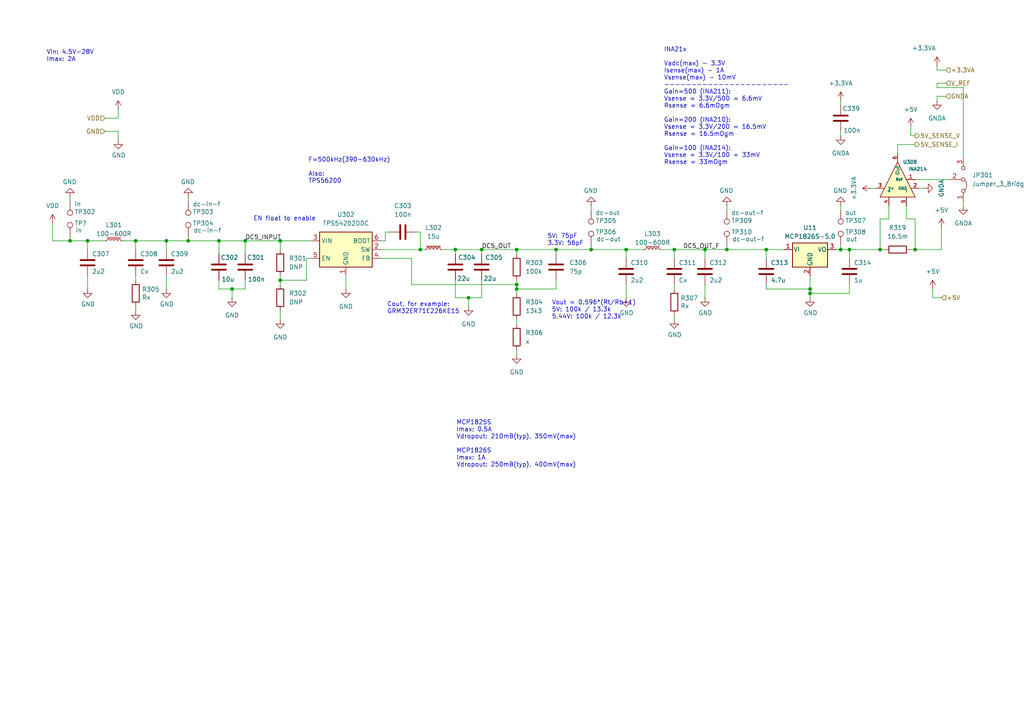
<source format=kicad_sch>
(kicad_sch (version 20231120) (generator "eeschema") (generator_version "8.0")
  (paper "A4")
  (lib_symbols
    (symbol "Connector:TestPoint" (pin_numbers hide) (pin_names (offset 0.762) hide)
      (property "Reference" "TP" (at 0 6.858 0))
      (property "Value" "TestPoint" (at 0 5.08 0))
      (symbol "TestPoint_0_1"
        (circle (center 0 3.302) (radius 0.762))
      )
      (symbol "TestPoint_1_1"
        (pin passive line (at 0 0 90) (length 2.54) (name "1") (number "1"))
      )
    )
    (symbol "Device:C" (pin_numbers hide) (pin_names (offset 0.254))
      (property "Reference" "C" (at 0.635 2.54 0))
      (property "Value" "C" (at 0.635 -2.54 0))
      (symbol "C_0_1"
        (polyline (pts (xy -2.032 -0.762) (xy 2.032 -0.762)) (stroke (width 0.508)))
        (polyline (pts (xy -2.032 0.762) (xy 2.032 0.762)) (stroke (width 0.508)))
      )
      (symbol "C_1_1"
        (pin passive line (at 0 3.81 270) (length 2.794) (name "~") (number "1"))
        (pin passive line (at 0 -3.81 90) (length 2.794) (name "~") (number "2"))
      )
    )
    (symbol "Device:L_Ferrite_Small" (pin_numbers hide) (pin_names (offset 0.254) hide)
      (property "Reference" "L" (at 1.27 1.016 0))
      (property "Value" "L_Ferrite_Small" (at 1.27 -1.27 0))
      (symbol "L_Ferrite_Small_0_1"
        (arc (start 0 -2.032) (mid 0.5058 -1.524) (end 0 -1.016))
        (arc (start 0 -1.016) (mid 0.5058 -0.508) (end 0 0))
        (polyline (pts (xy 0.762 -1.905) (xy 0.762 -1.651)))
        (polyline (pts (xy 0.762 -1.397) (xy 0.762 -1.143)))
        (polyline (pts (xy 0.762 -0.889) (xy 0.762 -0.635)))
        (polyline (pts (xy 0.762 -0.381) (xy 0.762 -0.127)))
        (polyline (pts (xy 0.762 0.127) (xy 0.762 0.381)))
        (polyline (pts (xy 0.762 0.635) (xy 0.762 0.889)))
        (polyline (pts (xy 0.762 1.143) (xy 0.762 1.397)))
        (polyline (pts (xy 0.762 1.651) (xy 0.762 1.905)))
        (polyline (pts (xy 1.016 -1.651) (xy 1.016 -1.905)))
        (polyline (pts (xy 1.016 -1.143) (xy 1.016 -1.397)))
        (polyline (pts (xy 1.016 -0.635) (xy 1.016 -0.889)))
        (polyline (pts (xy 1.016 -0.127) (xy 1.016 -0.381)))
        (polyline (pts (xy 1.016 0.381) (xy 1.016 0.127)))
        (polyline (pts (xy 1.016 0.889) (xy 1.016 0.635)))
        (polyline (pts (xy 1.016 1.397) (xy 1.016 1.143)))
        (polyline (pts (xy 1.016 1.905) (xy 1.016 1.651)))
        (arc (start 0 0) (mid 0.5058 0.508) (end 0 1.016))
        (arc (start 0 1.016) (mid 0.5058 1.524) (end 0 2.032))
      )
      (symbol "L_Ferrite_Small_1_1"
        (pin passive line (at 0 2.54 270) (length 0.508) (name "~") (number "1"))
        (pin passive line (at 0 -2.54 90) (length 0.508) (name "~") (number "2"))
      )
    )
    (symbol "Device:L_Iron_Small" (pin_numbers hide) (pin_names (offset 0.254) hide)
      (property "Reference" "L" (at 1.27 1.016 0))
      (property "Value" "L_Iron_Small" (at 1.27 -1.27 0))
      (symbol "L_Iron_Small_0_1"
        (arc (start 0 -2.032) (mid 0.5058 -1.524) (end 0 -1.016))
        (arc (start 0 -1.016) (mid 0.5058 -0.508) (end 0 0))
        (polyline (pts (xy 0.762 2.032) (xy 0.762 -2.032)))
        (polyline (pts (xy 1.016 -2.032) (xy 1.016 2.032)))
        (arc (start 0 0) (mid 0.5058 0.508) (end 0 1.016))
        (arc (start 0 1.016) (mid 0.5058 1.524) (end 0 2.032))
      )
      (symbol "L_Iron_Small_1_1"
        (pin passive line (at 0 2.54 270) (length 0.508) (name "~") (number "1"))
        (pin passive line (at 0 -2.54 90) (length 0.508) (name "~") (number "2"))
      )
    )
    (symbol "Device:R" (pin_numbers hide) (pin_names (offset 0))
      (property "Reference" "R" (at 2.032 0 90))
      (property "Value" "R" (at 0 0 90))
      (symbol "R_0_1"
        (rectangle (start -1.016 -2.54) (end 1.016 2.54) (stroke (width 0.254)))
      )
      (symbol "R_1_1"
        (pin passive line (at 0 3.81 270) (length 1.27) (name "~") (number "1"))
        (pin passive line (at 0 -3.81 90) (length 1.27) (name "~") (number "2"))
      )
    )
    (symbol "Jumper:Jumper_3_Bridged12" (pin_names (offset 0) hide) (exclude_from_sim yes) (in_bom no)
      (property "Reference" "JP" (at -2.54 -2.54 0))
      (property "Value" "Jumper_3_Bridged12" (at 0 2.794 0))
      (symbol "Jumper_3_Bridged12_0_0"
        (circle (center -3.302 0) (radius 0.508))
        (circle (center 0 0) (radius 0.508))
        (circle (center 3.302 0) (radius 0.508))
      )
      (symbol "Jumper_3_Bridged12_0_1"
        (arc (start -0.254 0.508) (mid -1.651 0.9912) (end -3.048 0.508))
        (polyline (pts (xy 0 -1.27) (xy 0 -0.508)))
      )
      (symbol "Jumper_3_Bridged12_1_1"
        (pin passive line (at -6.35 0 0) (length 2.54) (name "A") (number "1"))
        (pin passive line (at 0 -3.81 90) (length 2.54) (name "C") (number "2"))
        (pin passive line (at 6.35 0 180) (length 2.54) (name "B") (number "3"))
      )
    )
    (symbol "Regulator_Linear:MCP1826S" (pin_names (offset 0.254))
      (property "Reference" "U" (at -3.81 3.175 0))
      (property "Value" "MCP1826S" (at 0 3.175 0))
      (symbol "MCP1826S_0_1"
        (rectangle (start -5.08 1.905) (end 5.08 -5.08) (stroke (width 0.254)) (fill (type background)))
      )
      (symbol "MCP1826S_1_1"
        (pin power_in line (at -7.62 0 0) (length 2.54) (name "VI") (number "1"))
        (pin power_in line (at 0 -7.62 90) (length 2.54) (name "GND") (number "2"))
        (pin power_out line (at 7.62 0 180) (length 2.54) (name "VO") (number "3"))
      )
    )
    (symbol "Regulator_Switching:TPS54202DDC"
      (property "Reference" "U" (at -7.62 6.35 0))
      (property "Value" "TPS54202DDC" (at 0 6.35 0))
      (symbol "TPS54202DDC_0_1"
        (rectangle (start -7.62 5.08) (end 7.62 -5.08) (stroke (width 0.254)) (fill (type background)))
      )
      (symbol "TPS54202DDC_1_1"
        (pin power_in line (at 0 -7.62 90) (length 2.54) (name "GND") (number "1"))
        (pin power_out line (at 10.16 0 180) (length 2.54) (name "SW") (number "2"))
        (pin power_in line (at -10.16 2.54 0) (length 2.54) (name "VIN") (number "3"))
        (pin input line (at 10.16 -2.54 180) (length 2.54) (name "FB") (number "4"))
        (pin input line (at -10.16 -2.54 0) (length 2.54) (name "EN") (number "5"))
        (pin passive line (at 10.16 2.54 180) (length 2.54) (name "BOOT") (number "6"))
      )
    )
    (symbol "myLib:INA21x" (pin_names (offset 1.016))
      (property "Reference" "U" (at -6.35 8.89 0))
      (property "Value" "INA21x" (at -7.62 -9.144 0))
      (symbol "INA21x_0_1"
        (polyline (pts (xy -5.08 5.08) (xy -5.08 -5.08) (xy 5.08 0) (xy -5.08 5.08)) (stroke (width 0.2)) (fill (type background)))
      )
      (symbol "INA21x_1_1"
        (pin input line (at 0 -5.08 90) (length 2.54) (name "Ref") (number "1"))
        (pin power_in line (at -2.54 -6.35 90) (length 2.54) (name "GND") (number "2"))
        (pin power_in line (at -2.54 6.35 270) (length 2.54) (name "V+") (number "3"))
        (pin input line (at -7.62 2.54 0) (length 2.54) (name "+") (number "4"))
        (pin input line (at -7.62 -2.54 0) (length 2.54) (name "-") (number "5"))
        (pin output line (at 7.62 0 180) (length 2.54) (name "Out") (number "6"))
      )
    )
    (symbol "power:+3.3VA" (power) (pin_numbers hide) (pin_names (offset 0) hide)
      (property "Value" "+3.3VA" (at 0 3.556 0))
      (symbol "+3.3VA_0_1"
        (polyline (pts (xy -0.762 1.27) (xy 0 2.54)))
        (polyline (pts (xy 0 0) (xy 0 2.54)))
        (polyline (pts (xy 0 2.54) (xy 0.762 1.27)))
      )
      (symbol "+3.3VA_1_1"
        (pin power_in line (at 0 0 90) (length 0) (name "~") (number "1"))
      )
    )
    (symbol "power:+5V" (power) (pin_numbers hide) (pin_names (offset 0) hide)
      (property "Value" "+5V" (at 0 3.556 0))
      (symbol "+5V_0_1"
        (polyline (pts (xy -0.762 1.27) (xy 0 2.54)))
        (polyline (pts (xy 0 0) (xy 0 2.54)))
        (polyline (pts (xy 0 2.54) (xy 0.762 1.27)))
      )
      (symbol "+5V_1_1"
        (pin power_in line (at 0 0 90) (length 0) (name "~") (number "1"))
      )
    )
    (symbol "power:GND" (power) (pin_numbers hide) (pin_names (offset 0) hide)
      (property "Value" "GND" (at 0 -3.81 0))
      (symbol "GND_0_1"
        (polyline (pts (xy 0 0) (xy 0 -1.27) (xy 1.27 -1.27) (xy 0 -2.54) (xy -1.27 -1.27) (xy 0 -1.27)))
      )
      (symbol "GND_1_1"
        (pin power_in line (at 0 0 270) (length 0) (name "~") (number "1"))
      )
    )
    (symbol "power:GNDA" (power) (pin_numbers hide) (pin_names (offset 0) hide)
      (property "Value" "GNDA" (at 0 -3.81 0))
      (symbol "GNDA_0_1"
        (polyline (pts (xy 0 0) (xy 0 -1.27) (xy 1.27 -1.27) (xy 0 -2.54) (xy -1.27 -1.27) (xy 0 -1.27)))
      )
      (symbol "GNDA_1_1"
        (pin power_in line (at 0 0 270) (length 0) (name "~") (number "1"))
      )
    )
    (symbol "power:VDD" (power) (pin_numbers hide) (pin_names (offset 0) hide)
      (property "Value" "VDD" (at 0 3.556 0))
      (symbol "VDD_0_1"
        (polyline (pts (xy -0.762 1.27) (xy 0 2.54)))
        (polyline (pts (xy 0 0) (xy 0 2.54)))
        (polyline (pts (xy 0 2.54) (xy 0.762 1.27)))
      )
      (symbol "VDD_1_1"
        (pin power_in line (at 0 0 90) (length 0) (name "~") (number "1"))
      )
    )
  )
  (junction (at 255.27 72.39))
  (junction (at 195.58 72.39))
  (junction (at 25.4 69.85))
  (junction (at 222.25 72.39))
  (junction (at 139.7 72.39))
  (junction (at 181.61 72.39))
  (junction (at 135.89 86.36))
  (junction (at 121.92 72.39))
  (junction (at 234.95 85.09))
  (junction (at 54.61 69.85))
  (junction (at 71.12 69.85))
  (junction (at 67.31 83.82))
  (junction (at 81.28 69.85))
  (junction (at 243.84 72.39))
  (junction (at 171.45 72.39))
  (junction (at 149.86 83.82))
  (junction (at 20.32 69.85))
  (junction (at 246.38 72.39))
  (junction (at 63.5 69.85))
  (junction (at 48.26 69.85))
  (junction (at 234.95 83.82))
  (junction (at 149.86 72.39))
  (junction (at 161.29 72.39))
  (junction (at 204.47 72.39))
  (junction (at 81.28 81.28))
  (junction (at 210.82 72.39))
  (junction (at 39.37 69.85))
  (junction (at 132.08 72.39))
  (junction (at 149.86 82.55))
  (junction (at 265.43 72.39))
  (wire (pts (xy 271.78 29.21) (xy 271.78 27.94)))
  (wire (pts (xy 271.78 19.05) (xy 271.78 20.32)))
  (wire (pts (xy 260.35 41.91) (xy 265.43 41.91)))
  (wire (pts (xy 20.32 69.85) (xy 25.4 69.85)))
  (wire (pts (xy 54.61 58.42) (xy 54.61 57.15)))
  (wire (pts (xy 279.4 25.4) (xy 271.78 25.4)))
  (wire (pts (xy 243.84 38.1) (xy 243.84 39.37)))
  (wire (pts (xy 181.61 74.93) (xy 181.61 72.39)))
  (wire (pts (xy 132.08 86.36) (xy 135.89 86.36)))
  (wire (pts (xy 210.82 71.12) (xy 210.82 72.39)))
  (wire (pts (xy 161.29 83.82) (xy 149.86 83.82)))
  (wire (pts (xy 181.61 72.39) (xy 186.69 72.39)))
  (wire (pts (xy 243.84 29.21) (xy 243.84 30.48)))
  (wire (pts (xy 15.24 64.77) (xy 15.24 69.85)))
  (wire (pts (xy 110.49 69.85) (xy 111.76 69.85)))
  (wire (pts (xy 120.65 67.31) (xy 121.92 67.31)))
  (wire (pts (xy 139.7 72.39) (xy 149.86 72.39)))
  (wire (pts (xy 132.08 72.39) (xy 132.08 73.66)))
  (wire (pts (xy 149.86 82.55) (xy 119.38 82.55)))
  (wire (pts (xy 243.84 72.39) (xy 246.38 72.39)))
  (wire (pts (xy 255.27 63.5) (xy 255.27 72.39)))
  (wire (pts (xy 63.5 83.82) (xy 67.31 83.82)))
  (wire (pts (xy 149.86 82.55) (xy 149.86 83.82)))
  (wire (pts (xy 35.56 69.85) (xy 39.37 69.85)))
  (wire (pts (xy 270.51 83.82) (xy 270.51 86.36)))
  (wire (pts (xy 25.4 72.39) (xy 25.4 69.85)))
  (wire (pts (xy 149.86 72.39) (xy 149.86 73.66)))
  (wire (pts (xy 246.38 72.39) (xy 255.27 72.39)))
  (wire (pts (xy 161.29 72.39) (xy 171.45 72.39)))
  (wire (pts (xy 222.25 83.82) (xy 234.95 83.82)))
  (wire (pts (xy 181.61 82.55) (xy 181.61 86.36)))
  (wire (pts (xy 132.08 81.28) (xy 132.08 86.36)))
  (wire (pts (xy 88.9 74.93) (xy 88.9 81.28)))
  (wire (pts (xy 234.95 85.09) (xy 234.95 86.36)))
  (wire (pts (xy 222.25 72.39) (xy 227.33 72.39)))
  (wire (pts (xy 265.43 52.07) (xy 275.59 52.07)))
  (wire (pts (xy 48.26 69.85) (xy 48.26 72.39)))
  (wire (pts (xy 195.58 91.44) (xy 195.58 92.71)))
  (wire (pts (xy 71.12 83.82) (xy 71.12 81.28)))
  (wire (pts (xy 195.58 72.39) (xy 204.47 72.39)))
  (wire (pts (xy 30.48 38.1) (xy 34.29 38.1)))
  (wire (pts (xy 81.28 80.01) (xy 81.28 81.28)))
  (wire (pts (xy 25.4 69.85) (xy 30.48 69.85)))
  (wire (pts (xy 48.26 69.85) (xy 54.61 69.85)))
  (wire (pts (xy 257.81 63.5) (xy 257.81 59.69)))
  (wire (pts (xy 265.43 72.39) (xy 273.05 72.39)))
  (wire (pts (xy 204.47 82.55) (xy 204.47 86.36)))
  (wire (pts (xy 246.38 85.09) (xy 234.95 85.09)))
  (wire (pts (xy 243.84 60.96) (xy 243.84 59.69)))
  (wire (pts (xy 271.78 20.32) (xy 274.32 20.32)))
  (wire (pts (xy 67.31 83.82) (xy 67.31 86.36)))
  (wire (pts (xy 81.28 81.28) (xy 81.28 82.55)))
  (wire (pts (xy 39.37 88.9) (xy 39.37 90.17)))
  (wire (pts (xy 121.92 72.39) (xy 123.19 72.39)))
  (wire (pts (xy 265.43 63.5) (xy 265.43 72.39)))
  (wire (pts (xy 264.16 39.37) (xy 265.43 39.37)))
  (wire (pts (xy 195.58 82.55) (xy 195.58 83.82)))
  (wire (pts (xy 149.86 81.28) (xy 149.86 82.55)))
  (wire (pts (xy 279.4 25.4) (xy 279.4 45.72)))
  (wire (pts (xy 88.9 81.28) (xy 81.28 81.28)))
  (wire (pts (xy 135.89 86.36) (xy 139.7 86.36)))
  (wire (pts (xy 128.27 72.39) (xy 132.08 72.39)))
  (wire (pts (xy 34.29 34.29) (xy 34.29 31.75)))
  (wire (pts (xy 54.61 69.85) (xy 63.5 69.85)))
  (wire (pts (xy 243.84 71.12) (xy 243.84 72.39)))
  (wire (pts (xy 132.08 72.39) (xy 139.7 72.39)))
  (wire (pts (xy 63.5 81.28) (xy 63.5 83.82)))
  (wire (pts (xy 63.5 69.85) (xy 71.12 69.85)))
  (wire (pts (xy 271.78 27.94) (xy 274.32 27.94)))
  (wire (pts (xy 204.47 72.39) (xy 210.82 72.39)))
  (wire (pts (xy 222.25 72.39) (xy 222.25 74.93)))
  (wire (pts (xy 242.57 72.39) (xy 243.84 72.39)))
  (wire (pts (xy 222.25 82.55) (xy 222.25 83.82)))
  (wire (pts (xy 171.45 71.12) (xy 171.45 72.39)))
  (wire (pts (xy 195.58 72.39) (xy 195.58 74.93)))
  (wire (pts (xy 266.7 54.61) (xy 267.97 54.61)))
  (wire (pts (xy 271.78 25.4) (xy 271.78 24.13)))
  (wire (pts (xy 246.38 82.55) (xy 246.38 85.09)))
  (wire (pts (xy 262.89 59.69) (xy 262.89 63.5)))
  (wire (pts (xy 139.7 72.39) (xy 139.7 73.66)))
  (wire (pts (xy 279.4 58.42) (xy 279.4 59.69)))
  (wire (pts (xy 204.47 72.39) (xy 204.47 74.93)))
  (wire (pts (xy 191.77 72.39) (xy 195.58 72.39)))
  (wire (pts (xy 264.16 72.39) (xy 265.43 72.39)))
  (wire (pts (xy 149.86 83.82) (xy 149.86 85.09)))
  (wire (pts (xy 81.28 69.85) (xy 90.17 69.85)))
  (wire (pts (xy 30.48 34.29) (xy 34.29 34.29)))
  (wire (pts (xy 262.89 63.5) (xy 265.43 63.5)))
  (wire (pts (xy 111.76 67.31) (xy 113.03 67.31)))
  (wire (pts (xy 90.17 74.93) (xy 88.9 74.93)))
  (wire (pts (xy 171.45 60.96) (xy 171.45 59.69)))
  (wire (pts (xy 264.16 36.83) (xy 264.16 39.37)))
  (wire (pts (xy 119.38 74.93) (xy 110.49 74.93)))
  (wire (pts (xy 252.73 54.61) (xy 254 54.61)))
  (wire (pts (xy 110.49 72.39) (xy 121.92 72.39)))
  (wire (pts (xy 256.54 72.39) (xy 255.27 72.39)))
  (wire (pts (xy 63.5 69.85) (xy 63.5 73.66)))
  (wire (pts (xy 135.89 86.36) (xy 135.89 88.9)))
  (wire (pts (xy 149.86 92.71) (xy 149.86 93.98)))
  (wire (pts (xy 15.24 69.85) (xy 20.32 69.85)))
  (wire (pts (xy 39.37 69.85) (xy 48.26 69.85)))
  (wire (pts (xy 119.38 82.55) (xy 119.38 74.93)))
  (wire (pts (xy 48.26 80.01) (xy 48.26 83.82)))
  (wire (pts (xy 67.31 83.82) (xy 71.12 83.82)))
  (wire (pts (xy 171.45 72.39) (xy 181.61 72.39)))
  (wire (pts (xy 273.05 66.04) (xy 273.05 72.39)))
  (wire (pts (xy 255.27 63.5) (xy 257.81 63.5)))
  (wire (pts (xy 20.32 68.58) (xy 20.32 69.85)))
  (wire (pts (xy 246.38 72.39) (xy 246.38 74.93)))
  (wire (pts (xy 121.92 67.31) (xy 121.92 72.39)))
  (wire (pts (xy 234.95 83.82) (xy 234.95 85.09)))
  (wire (pts (xy 260.35 41.91) (xy 260.35 44.45)))
  (wire (pts (xy 54.61 68.58) (xy 54.61 69.85)))
  (wire (pts (xy 270.51 86.36) (xy 273.05 86.36)))
  (wire (pts (xy 20.32 58.42) (xy 20.32 57.15)))
  (wire (pts (xy 71.12 69.85) (xy 81.28 69.85)))
  (wire (pts (xy 34.29 38.1) (xy 34.29 40.64)))
  (wire (pts (xy 39.37 80.01) (xy 39.37 81.28)))
  (wire (pts (xy 161.29 73.66) (xy 161.29 72.39)))
  (wire (pts (xy 81.28 72.39) (xy 81.28 69.85)))
  (wire (pts (xy 161.29 81.28) (xy 161.29 83.82)))
  (wire (pts (xy 39.37 69.85) (xy 39.37 72.39)))
  (wire (pts (xy 161.29 72.39) (xy 149.86 72.39)))
  (wire (pts (xy 100.33 80.01) (xy 100.33 83.82)))
  (wire (pts (xy 111.76 67.31) (xy 111.76 69.85)))
  (wire (pts (xy 210.82 72.39) (xy 222.25 72.39)))
  (wire (pts (xy 139.7 86.36) (xy 139.7 81.28)))
  (wire (pts (xy 210.82 60.96) (xy 210.82 59.69)))
  (wire (pts (xy 271.78 24.13) (xy 274.32 24.13)))
  (wire (pts (xy 149.86 101.6) (xy 149.86 102.87)))
  (wire (pts (xy 234.95 80.01) (xy 234.95 83.82)))
  (wire (pts (xy 81.28 90.17) (xy 81.28 92.71)))
  (wire (pts (xy 25.4 80.01) (xy 25.4 83.82)))
  (wire (pts (xy 71.12 69.85) (xy 71.12 73.66)))
  (text "5V: 75pF\n3.3V: 56pF" (at 158.75 69.596 0) (effects (font (size 1.27 1.27)) (justify left)))
  (text "Cout, for example:\nGRM32ER71E226KE15" (at 112.268 87.63 0) (effects (font (size 1.27 1.27)) (justify left top)))
  (text "EN float to enable" (at 82.55 63.5 0) (effects (font (size 1.27 1.27))))
  (text "Vin: 4.5V-28V\nImax: 2A" (at 13.462 16.256 0) (effects (font (size 1.27 1.27)) (justify left)))
  (text "MCP1825S\nImax: 0.5A\nVdropout: 210mB(typ), 350mV(max)\n\nMCP1826S\nImax: 1A\nVdropout: 250mB(typ), 400mV(max)" (at 132.334 128.778 0) (effects (font (size 1.27 1.27)) (justify left)))
  (text "Vout = 0.596*(Rt/Rb+1)\n5V: 100k / 13.3k\n5.44V: 100k / 12.3k" (at 160.02 87.122 0) (effects (font (size 1.27 1.27)) (justify left top)))
  (text "INA21x\n\nVadc(max) - 3.3V\nIsense(max) - 1A\nVsense(max) - 10mV\n-----------------------\nGain=500 (INA211):\nVsense = 3.3V/500 = 6.6mV\nRsense = 6.6mOgm\n\nGain=200 (INA210):\nVsense = 3.3V/200 = 16.5mV\nRsense = 16.5mOgm\n\nGain=100 (INA214):\nVsense = 3.3V/100 = 33mV\nRsense = 33mOgm" (at 192.532 13.716 0) (effects (font (size 1.27 1.27)) (justify left top)))
  (text "F=500kHz(390-630kHz)\n\nAlso:\nTPS56200" (at 89.408 45.72 0) (effects (font (size 1.27 1.27)) (justify left top)))
  (label "DC5_OUT" (at 139.7 72.39 0))
  (label "DC5_OUT_F" (at 198.12 72.39 0))
  (label "DC5_INPUT" (at 71.12 69.85 0))
  (hierarchical_label "GND" (shape input) (at 30.48 38.1 180))
  (hierarchical_label "5V_SENSE_V" (shape output) (at 265.43 39.37 0))
  (hierarchical_label "5V_SENSE_I" (shape output) (at 265.43 41.91 0))
  (hierarchical_label "+3.3VA" (shape input) (at 274.32 20.32 0))
  (hierarchical_label "VDD" (shape input) (at 30.48 34.29 180))
  (hierarchical_label "GNDA" (shape input) (at 274.32 27.94 0))
  (hierarchical_label "+5V" (shape input) (at 273.05 86.36 0))
  (hierarchical_label "V_REF" (shape input) (at 274.32 24.13 0))
  (symbol (lib_id "power:VDD") (at 34.29 31.75 0) (unit 1)
    (property "Reference" "#PWR0308" (effects (hide yes)))
    (property "Value" "VDD" (at 34.29 26.67 0))
    (property "Description" "Power symbol creates a global label with name \"VDD\"" (effects (hide yes)))
  )
  (symbol (lib_id "power:GND") (at 34.29 40.64 0) (unit 1)
    (property "Reference" "#PWR0309" (effects (hide yes)))
    (property "Value" "GND" (at 34.417 45.0342 0))
  )
  (symbol (lib_id "power:GND") (at 25.4 83.82 0) (unit 1)
    (property "Reference" "#PWR0305" (effects (hide yes)))
    (property "Value" "GND" (at 25.527 88.2142 0))
  )
  (symbol (lib_id "Connector:TestPoint") (at 243.84 60.96 0) (mirror x) (unit 1)
    (property "Reference" "TP307" (at 245.11 64.008 0) (effects (justify left)))
    (property "Value" "out" (at 245.11 61.722 0) (effects (justify left)))
    (property "Description" "test point" (effects (hide yes)))
  )
  (symbol (lib_id "power:GND") (at 54.61 57.15 180) (unit 1)
    (property "Reference" "#PWR0319" (effects (hide yes)))
    (property "Value" "GND" (at 54.483 52.7558 0))
  )
  (symbol (lib_id "power:GND") (at 243.84 59.69 180) (unit 1)
    (property "Reference" "#PWR0321" (effects (hide yes)))
    (property "Value" "GND" (at 243.713 55.2958 0))
  )
  (symbol (lib_id "power:GNDA") (at 271.78 29.21 0) (unit 1)
    (property "Reference" "#PWR0371" (effects (hide yes)))
    (property "Value" "GNDA" (at 271.78 34.29 0))
    (property "Description" "Power symbol creates a global label with name \"GNDA\" , analog ground" (effects (hide yes)))
  )
  (symbol (lib_id "power:GND") (at 81.28 92.71 0) (unit 1)
    (property "Reference" "#PWR0311" (effects (hide yes)))
    (property "Value" "GND" (at 81.28 97.79 0))
    (property "Description" "Power symbol creates a global label with name \"GND\" , ground" (effects (hide yes)))
  )
  (symbol (lib_id "power:GND") (at 67.31 86.36 0) (unit 1)
    (property "Reference" "#PWR0302" (effects (hide yes)))
    (property "Value" "GND" (at 67.31 91.44 0))
    (property "Description" "Power symbol creates a global label with name \"GND\" , ground" (effects (hide yes)))
  )
  (symbol (lib_id "power:GND") (at 20.32 57.15 180) (unit 1)
    (property "Reference" "#PWR0318" (effects (hide yes)))
    (property "Value" "GND" (at 20.193 52.7558 0))
  )
  (symbol (lib_id "Device:C") (at 204.47 78.74 0) (unit 1)
    (property "Reference" "C312" (at 205.74 76.2 0) (effects (justify left)))
    (property "Value" "2u2" (at 205.74 81.28 0) (effects (justify left)))
    (property "Footprint" "Capacitor_SMD:C_0805_2012Metric" (effects (hide yes)))
  )
  (symbol (lib_id "Connector:TestPoint") (at 210.82 60.96 0) (mirror x) (unit 1)
    (property "Reference" "TP309" (at 212.09 64.008 0) (effects (justify left)))
    (property "Value" "dc-out-f" (at 212.09 61.722 0) (effects (justify left)))
    (property "Description" "test point" (effects (hide yes)))
  )
  (symbol (lib_id "power:+5V") (at 264.16 36.83 0) (unit 1)
    (property "Reference" "#PWR0377" (effects (hide yes)))
    (property "Value" "+5V" (at 264.16 31.75 0))
    (property "Description" "Power symbol creates a global label with name \"+5V\"" (effects (hide yes)))
  )
  (symbol (lib_id "power:+3.3VA") (at 243.84 29.21 0) (unit 1)
    (property "Reference" "#PWR0373" (effects (hide yes)))
    (property "Value" "+3.3VA" (at 243.84 24.13 0))
    (property "Description" "Power symbol creates a global label with name \"+3.3VA\"" (effects (hide yes)))
  )
  (symbol (lib_id "Device:C") (at 116.84 67.31 90) (unit 1)
    (property "Reference" "C303" (at 116.84 59.69 90))
    (property "Value" "100n" (at 116.84 62.23 90))
    (property "Description" "Unpolarized capacitor" (effects (hide yes)))
  )
  (symbol (lib_id "Device:L_Ferrite_Small") (at 189.23 72.39 90) (unit 1)
    (property "Reference" "L303" (at 189.23 67.8012 90))
    (property "Value" "100-600R" (at 189.23 70.3381 90))
    (property "Footprint" "Inductor_SMD:L_0805_2012Metric" (effects (hide yes)))
  )
  (symbol (lib_id "Device:C") (at 132.08 77.47 0) (unit 1)
    (property "Reference" "C304" (at 132.842 74.676 0) (effects (justify left)))
    (property "Value" "22u" (at 132.588 80.772 0) (effects (justify left)))
    (property "Description" "Unpolarized capacitor" (effects (hide yes)))
  )
  (symbol (lib_id "power:GNDA") (at 279.4 59.69 0) (unit 1)
    (property "Reference" "#PWR0376" (effects (hide yes)))
    (property "Value" "GNDA" (at 279.4 64.77 0))
    (property "Description" "Power symbol creates a global label with name \"GNDA\" , analog ground" (effects (hide yes)))
  )
  (symbol (lib_id "power:GND") (at 48.26 83.82 0) (unit 1)
    (property "Reference" "#PWR0306" (effects (hide yes)))
    (property "Value" "GND" (at 48.387 88.2142 0))
  )
  (symbol (lib_id "Device:C") (at 39.37 76.2 0) (unit 1)
    (property "Reference" "C308" (at 40.64 73.66 0) (effects (justify left)))
    (property "Value" "Cx" (at 40.64 78.74 0) (effects (justify left)))
    (property "Footprint" "Capacitor_SMD:C_0805_2012Metric" (effects (hide yes)))
  )
  (symbol (lib_id "Connector:TestPoint") (at 243.84 71.12 0) (unit 1)
    (property "Reference" "TP308" (at 245.11 67.31 0) (effects (justify left)))
    (property "Value" "out" (at 245.364 69.342 0) (effects (justify left)))
    (property "Description" "test point" (effects (hide yes)))
  )
  (symbol (lib_id "Device:C") (at 195.58 78.74 0) (unit 1)
    (property "Reference" "C311" (at 196.85 76.2 0) (effects (justify left)))
    (property "Value" "Cx" (at 196.85 81.28 0) (effects (justify left)))
    (property "Footprint" "Capacitor_SMD:C_0805_2012Metric" (effects (hide yes)))
  )
  (symbol (lib_id "Device:R") (at 81.28 76.2 0) (unit 1)
    (property "Reference" "R301" (at 83.82 74.9299 0) (effects (justify left)))
    (property "Value" "DNP" (at 83.82 77.4699 0) (effects (justify left)))
    (property "Description" "Resistor" (effects (hide yes)))
  )
  (symbol (lib_id "Connector:TestPoint") (at 20.32 58.42 0) (mirror x) (unit 1)
    (property "Reference" "TP302" (at 21.59 61.468 0) (effects (justify left)))
    (property "Value" "in" (at 21.59 59.182 0) (effects (justify left)))
    (property "Description" "test point" (effects (hide yes)))
  )
  (symbol (lib_id "Device:C") (at 63.5 77.47 0) (unit 1)
    (property "Reference" "C302" (at 64.008 74.676 0) (effects (justify left)))
    (property "Value" "10u" (at 64.262 81.026 0) (effects (justify left)))
    (property "Description" "Unpolarized capacitor" (effects (hide yes)))
  )
  (symbol (lib_id "Regulator_Linear:MCP1826S") (at 234.95 72.39 0) (unit 1)
    (property "Reference" "U11" (at 234.95 66.04 0))
    (property "Value" "MCP1826S-5.0" (at 234.95 68.58 0))
    (property "Datasheet" "http://ww1.microchip.com/downloads/en/DeviceDoc/22057B.pdf" (effects (hide yes)))
    (property "Description" "1000mA, Low-Voltage, Low Quiescent Current LDO Regulator, SOT-223, TO-220, TO-263" (effects (hide yes)))
  )
  (symbol (lib_id "Device:L_Ferrite_Small") (at 33.02 69.85 90) (unit 1)
    (property "Reference" "L301" (at 33.02 65.2612 90))
    (property "Value" "100-600R" (at 33.02 67.7981 90))
    (property "Footprint" "Inductor_SMD:L_0805_2012Metric" (effects (hide yes)))
  )
  (symbol (lib_id "Connector:TestPoint") (at 171.45 60.96 0) (mirror x) (unit 1)
    (property "Reference" "TP305" (at 172.72 64.008 0) (effects (justify left)))
    (property "Value" "dc-out" (at 172.72 61.722 0) (effects (justify left)))
    (property "Description" "test point" (effects (hide yes)))
  )
  (symbol (lib_id "power:+3.3VA") (at 271.78 19.05 0) (unit 1)
    (property "Reference" "#PWR0370" (effects (hide yes)))
    (property "Value" "+3.3VA" (at 267.97 13.97 0))
    (property "Description" "Power symbol creates a global label with name \"+3.3VA\"" (effects (hide yes)))
  )
  (symbol (lib_id "Device:C") (at 222.25 78.74 0) (unit 1)
    (property "Reference" "C313" (at 223.52 76.2 0) (effects (justify left)))
    (property "Value" "4.7u" (at 223.52 81.28 0) (effects (justify left)))
    (property "Footprint" "Capacitor_SMD:C_0805_2012Metric" (effects (hide yes)))
  )
  (symbol (lib_id "Device:R") (at 149.86 88.9 0) (unit 1)
    (property "Reference" "R304" (at 152.4 87.6299 0) (effects (justify left)))
    (property "Value" "13k3" (at 152.4 90.1699 0) (effects (justify left)))
    (property "Description" "Resistor" (effects (hide yes)))
  )
  (symbol (lib_id "Connector:TestPoint") (at 210.82 71.12 0) (unit 1)
    (property "Reference" "TP310" (at 212.09 67.31 0) (effects (justify left)))
    (property "Value" "dc-out-f" (at 212.344 69.342 0) (effects (justify left)))
    (property "Description" "test point" (effects (hide yes)))
  )
  (symbol (lib_id "Device:C") (at 161.29 77.47 0) (unit 1)
    (property "Reference" "C306" (at 165.1 76.1999 0) (effects (justify left)))
    (property "Value" "75p" (at 165.1 78.7399 0) (effects (justify left)))
    (property "Description" "Unpolarized capacitor" (effects (hide yes)))
  )
  (symbol (lib_id "Device:C") (at 48.26 76.2 0) (unit 1)
    (property "Reference" "C309" (at 49.53 73.66 0) (effects (justify left)))
    (property "Value" "2u2" (at 49.53 78.74 0) (effects (justify left)))
    (property "Footprint" "Capacitor_SMD:C_0805_2012Metric" (effects (hide yes)))
  )
  (symbol (lib_id "Device:R") (at 260.35 72.39 90) (unit 1)
    (property "Reference" "R319" (at 260.35 66.04 90))
    (property "Value" "16.5m" (at 260.35 68.58 90))
    (property "Description" "Resistor" (effects (hide yes)))
  )
  (symbol (lib_id "Device:C") (at 71.12 77.47 0) (unit 1)
    (property "Reference" "C301" (at 71.628 74.676 0) (effects (justify left)))
    (property "Value" "100n" (at 71.882 81.026 0) (effects (justify left)))
    (property "Description" "Unpolarized capacitor" (effects (hide yes)))
  )
  (symbol (lib_id "Regulator_Switching:TPS54202DDC") (at 100.33 72.39 0) (unit 1)
    (property "Reference" "U302" (at 100.33 62.23 0))
    (property "Value" "TPS54202DDC" (at 100.33 64.77 0))
    (property "Footprint" "Package_TO_SOT_SMD:SOT-23-6" (effects (hide yes)))
    (property "Datasheet" "http://www.ti.com/lit/ds/symlink/tps54202.pdf" (effects (hide yes)))
    (property "Description" "2A, 4.5 to 28V Input, EMI Friendly integrated switch synchronous step-down regulator, pulse-skipping, SOT-23-6" (effects (hide yes)))
  )
  (symbol (lib_id "Device:R") (at 81.28 86.36 0) (unit 1)
    (property "Reference" "R302" (at 83.82 85.0899 0) (effects (justify left)))
    (property "Value" "DNP" (at 83.82 87.6299 0) (effects (justify left)))
    (property "Description" "Resistor" (effects (hide yes)))
  )
  (symbol (lib_id "power:GND") (at 171.45 59.69 180) (unit 1)
    (property "Reference" "#PWR0320" (effects (hide yes)))
    (property "Value" "GND" (at 171.323 55.2958 0))
  )
  (symbol (lib_id "Device:R") (at 149.86 97.79 0) (unit 1)
    (property "Reference" "R306" (at 152.4 96.5199 0) (effects (justify left)))
    (property "Value" "x" (at 152.4 99.0599 0) (effects (justify left)))
    (property "Description" "Resistor" (effects (hide yes)))
  )
  (symbol (lib_id "power:GND") (at 149.86 102.87 0) (unit 1)
    (property "Reference" "#PWR0304" (effects (hide yes)))
    (property "Value" "GND" (at 149.86 107.95 0))
    (property "Description" "Power symbol creates a global label with name \"GND\" , ground" (effects (hide yes)))
  )
  (symbol (lib_id "power:+5V") (at 273.05 66.04 0) (unit 1)
    (property "Reference" "#PWR0345" (effects (hide yes)))
    (property "Value" "+5V" (at 273.05 60.96 0))
    (property "Description" "Power symbol creates a global label with name \"+5V\"" (effects (hide yes)))
  )
  (symbol (lib_id "Connector:TestPoint") (at 54.61 58.42 0) (mirror x) (unit 1)
    (property "Reference" "TP303" (at 55.88 61.468 0) (effects (justify left)))
    (property "Value" "dc-in-f" (at 55.88 59.182 0) (effects (justify left)))
    (property "Description" "test point" (effects (hide yes)))
  )
  (symbol (lib_id "Device:R") (at 39.37 85.09 180) (unit 1)
    (property "Reference" "R305" (at 41.148 83.9216 0) (effects (justify right)))
    (property "Value" "Rx" (at 41.148 86.233 0) (effects (justify right)))
    (property "Footprint" "Resistor_SMD:R_0805_2012Metric" (effects (hide yes)))
  )
  (symbol (lib_id "Device:C") (at 181.61 78.74 0) (unit 1)
    (property "Reference" "C310" (at 182.88 76.2 0) (effects (justify left)))
    (property "Value" "2u2" (at 182.88 81.28 0) (effects (justify left)))
    (property "Footprint" "Capacitor_SMD:C_0805_2012Metric" (effects (hide yes)))
  )
  (symbol (lib_id "power:GND") (at 100.33 83.82 0) (unit 1)
    (property "Reference" "#PWR0301" (effects (hide yes)))
    (property "Value" "GND" (at 100.33 88.9 0))
    (property "Description" "Power symbol creates a global label with name \"GND\" , ground" (effects (hide yes)))
  )
  (symbol (lib_id "Device:L_Iron_Small") (at 125.73 72.39 90) (unit 1)
    (property "Reference" "L302" (at 125.73 66.04 90))
    (property "Value" "15u" (at 125.73 68.58 90))
    (property "Description" "Inductor with iron core, small symbol" (effects (hide yes)))
  )
  (symbol (lib_id "Device:C") (at 25.4 76.2 0) (unit 1)
    (property "Reference" "C307" (at 26.67 73.66 0) (effects (justify left)))
    (property "Value" "2u2" (at 26.67 78.74 0) (effects (justify left)))
    (property "Footprint" "Capacitor_SMD:C_0805_2012Metric" (effects (hide yes)))
  )
  (symbol (lib_id "power:GND") (at 181.61 86.36 0) (unit 1)
    (property "Reference" "#PWR0313" (effects (hide yes)))
    (property "Value" "GND" (at 181.737 90.7542 0))
  )
  (symbol (lib_id "power:GND") (at 204.47 86.36 0) (unit 1)
    (property "Reference" "#PWR0314" (effects (hide yes)))
    (property "Value" "GND" (at 204.597 90.7542 0))
  )
  (symbol (lib_id "Device:R") (at 195.58 87.63 180) (unit 1)
    (property "Reference" "R307" (at 197.358 86.4616 0) (effects (justify right)))
    (property "Value" "Rx" (at 197.358 88.773 0) (effects (justify right)))
    (property "Footprint" "Resistor_SMD:R_0805_2012Metric" (effects (hide yes)))
  )
  (symbol (lib_id "Connector:TestPoint") (at 20.32 68.58 0) (unit 1)
    (property "Reference" "TP?" (at 21.59 64.77 0) (effects (justify left)))
    (property "Value" "in" (at 21.844 66.802 0) (effects (justify left)))
    (property "Description" "test point" (effects (hide yes)))
  )
  (symbol (lib_id "Device:C") (at 243.84 34.29 0) (unit 1)
    (property "Reference" "C339" (at 244.348 31.496 0) (effects (justify left)))
    (property "Value" "100n" (at 244.602 37.846 0) (effects (justify left)))
    (property "Description" "Unpolarized capacitor" (effects (hide yes)))
  )
  (symbol (lib_id "power:GNDA") (at 243.84 39.37 0) (unit 1)
    (property "Reference" "#PWR0375" (effects (hide yes)))
    (property "Value" "GNDA" (at 243.84 44.45 0))
    (property "Description" "Power symbol creates a global label with name \"GNDA\" , analog ground" (effects (hide yes)))
  )
  (symbol (lib_id "power:+3.3VA") (at 252.73 54.61 90) (unit 1)
    (property "Reference" "#PWR0372" (effects (hide yes)))
    (property "Value" "+3.3VA" (at 247.65 54.61 0))
    (property "Description" "Power symbol creates a global label with name \"+3.3VA\"" (effects (hide yes)))
  )
  (symbol (lib_id "Connector:TestPoint") (at 54.61 68.58 0) (unit 1)
    (property "Reference" "TP304" (at 55.88 64.77 0) (effects (justify left)))
    (property "Value" "dc-in-f" (at 56.134 66.802 0) (effects (justify left)))
    (property "Description" "test point" (effects (hide yes)))
  )
  (symbol (lib_id "power:GND") (at 39.37 90.17 0) (unit 1)
    (property "Reference" "#PWR0307" (effects (hide yes)))
    (property "Value" "GND" (at 39.497 94.5642 0))
  )
  (symbol (lib_id "Connector:TestPoint") (at 171.45 71.12 0) (unit 1)
    (property "Reference" "TP306" (at 172.72 67.31 0) (effects (justify left)))
    (property "Value" "dc-out" (at 172.974 69.342 0) (effects (justify left)))
    (property "Description" "test point" (effects (hide yes)))
  )
  (symbol (lib_id "Device:R") (at 149.86 77.47 0) (unit 1)
    (property "Reference" "R303" (at 152.4 76.1999 0) (effects (justify left)))
    (property "Value" "100k" (at 152.4 78.7399 0) (effects (justify left)))
    (property "Description" "Resistor" (effects (hide yes)))
  )
  (symbol (lib_id "power:GND") (at 135.89 88.9 0) (unit 1)
    (property "Reference" "#PWR0303" (effects (hide yes)))
    (property "Value" "GND" (at 135.89 93.98 0))
    (property "Description" "Power symbol creates a global label with name \"GND\" , ground" (effects (hide yes)))
  )
  (symbol (lib_id "power:+5V") (at 270.51 83.82 0) (unit 1)
    (property "Reference" "#PWR0312" (effects (hide yes)))
    (property "Value" "+5V" (at 270.51 78.74 0))
    (property "Description" "Power symbol creates a global label with name \"+5V\"" (effects (hide yes)))
  )
  (symbol (lib_id "power:GND") (at 210.82 59.69 180) (unit 1)
    (property "Reference" "#PWR0322" (effects (hide yes)))
    (property "Value" "GND" (at 210.693 55.2958 0))
  )
  (symbol (lib_id "Device:C") (at 139.7 77.47 0) (unit 1)
    (property "Reference" "C305" (at 140.716 74.676 0) (effects (justify left)))
    (property "Value" "22u" (at 140.208 80.772 0) (effects (justify left)))
    (property "Description" "Unpolarized capacitor" (effects (hide yes)))
  )
  (symbol (lib_id "power:GND") (at 195.58 92.71 0) (unit 1)
    (property "Reference" "#PWR0315" (effects (hide yes)))
    (property "Value" "GND" (at 195.707 97.1042 0))
  )
  (symbol (lib_id "power:VDD") (at 15.24 64.77 0) (unit 1)
    (property "Reference" "#PWR0310" (effects (hide yes)))
    (property "Value" "VDD" (at 15.24 59.69 0))
    (property "Description" "Power symbol creates a global label with name \"VDD\"" (effects (hide yes)))
  )
  (symbol (lib_id "myLib:INA21x") (at 260.35 52.07 90) (unit 1)
    (property "Reference" "U308" (at 261.874 46.99 90) (effects (font (size 1.016 1.016)) (justify right)))
    (property "Value" "INA214" (at 263.398 49.022 90) (effects (font (size 1.016 1.016)) (justify right)))
  )
  (symbol (lib_id "Device:C") (at 246.38 78.74 0) (unit 1)
    (property "Reference" "C314" (at 247.65 76.2 0) (effects (justify left)))
    (property "Value" "1u" (at 247.65 81.28 0) (effects (justify left)))
    (property "Footprint" "Capacitor_SMD:C_0805_2012Metric" (effects (hide yes)))
  )
  (symbol (lib_id "power:GND") (at 234.95 86.36 0) (unit 1)
    (property "Reference" "#PWR0316" (effects (hide yes)))
    (property "Value" "GND" (at 235.077 90.7542 0))
  )
  (symbol (lib_id "Jumper:Jumper_3_Bridged12") (at 279.4 52.07 270) (mirror x) (unit 1) (exclude_from_sim yes) (in_bom no)
    (property "Reference" "JP301" (at 281.94 50.7999 90) (effects (justify left)))
    (property "Value" "Jumper_3_Bridged12" (at 281.94 53.3399 90) (effects (justify left)))
    (property "Description" "Jumper, 3-pole, pins 1+2 closed/bridged" (effects (hide yes)))
  )
  (symbol (lib_id "power:GNDA") (at 267.97 54.61 90) (unit 1)
    (property "Reference" "#PWR0374" (effects (hide yes)))
    (property "Value" "GNDA" (at 273.05 54.61 0))
    (property "Description" "Power symbol creates a global label with name \"GNDA\" , analog ground" (effects (hide yes)))
  )
)
</source>
